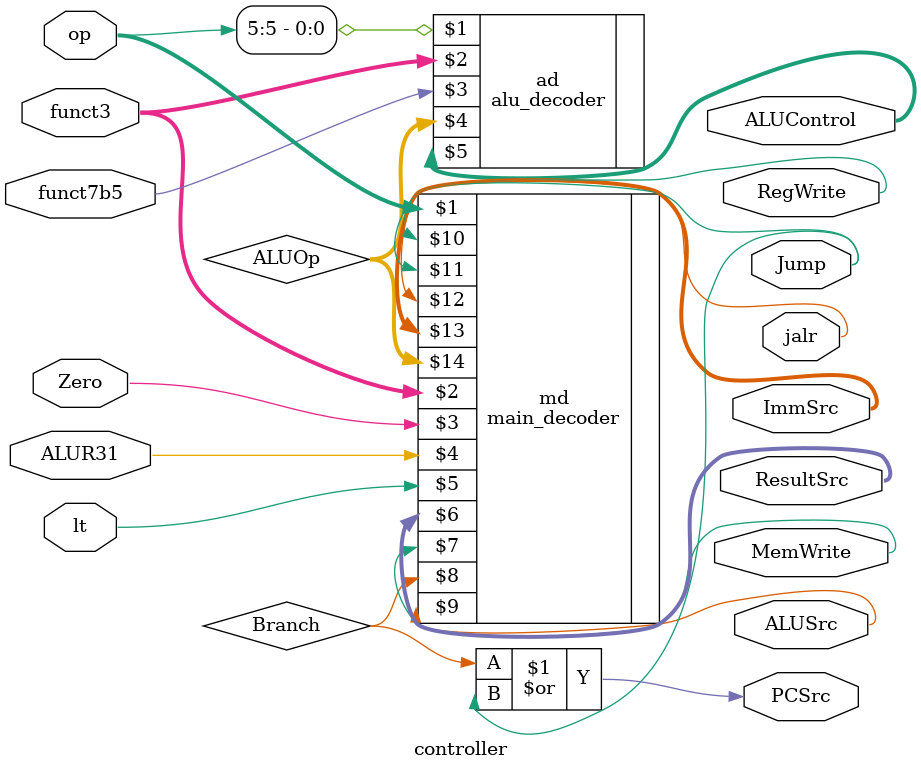
<source format=v>


module controller (
    input [6:0]  op,
    input [2:0]  funct3,
    input        funct7b5,
    input        Zero, ALUR31, lt,
    output       [1:0] ResultSrc,
    output       MemWrite,
    output       PCSrc, ALUSrc,
    output       RegWrite, Jump, jalr,
    output [1:0] ImmSrc,
    output [3:0] ALUControl
);

wire [1:0] ALUOp;
wire       Branch;

main_decoder    md (op, funct3, Zero, ALUR31, lt, ResultSrc, MemWrite, Branch,
                    ALUSrc, RegWrite, Jump,jalr, ImmSrc, ALUOp);

alu_decoder     ad (op[5], funct3, funct7b5, ALUOp, ALUControl);

// for jump and branch
assign PCSrc = (Branch ) | Jump;

endmodule


</source>
